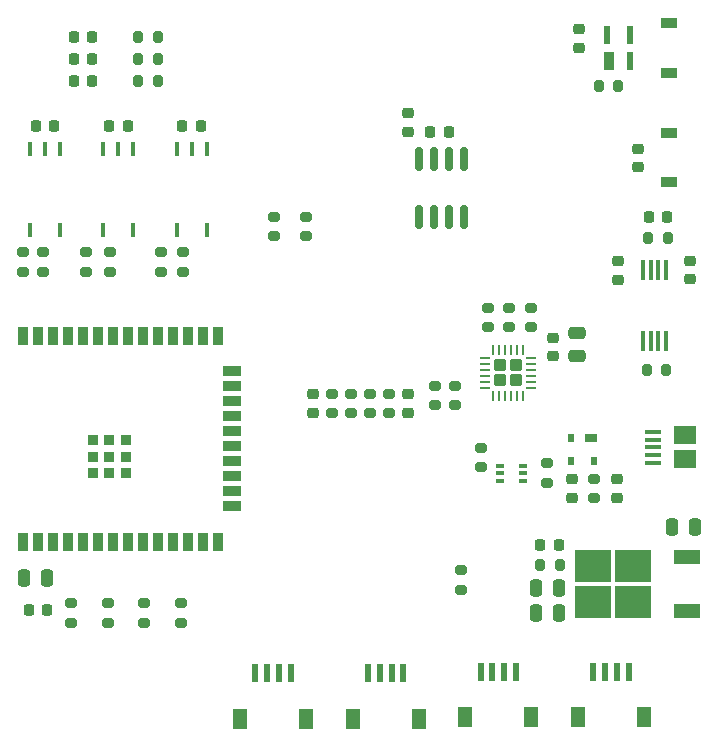
<source format=gtp>
G04 #@! TF.GenerationSoftware,KiCad,Pcbnew,(6.0.11-0)*
G04 #@! TF.CreationDate,2025-05-12T21:09:53-06:00*
G04 #@! TF.ProjectId,DigitalPCB,44696769-7461-46c5-9043-422e6b696361,rev?*
G04 #@! TF.SameCoordinates,Original*
G04 #@! TF.FileFunction,Paste,Top*
G04 #@! TF.FilePolarity,Positive*
%FSLAX46Y46*%
G04 Gerber Fmt 4.6, Leading zero omitted, Abs format (unit mm)*
G04 Created by KiCad (PCBNEW (6.0.11-0)) date 2025-05-12 21:09:53*
%MOMM*%
%LPD*%
G01*
G04 APERTURE LIST*
G04 Aperture macros list*
%AMRoundRect*
0 Rectangle with rounded corners*
0 $1 Rounding radius*
0 $2 $3 $4 $5 $6 $7 $8 $9 X,Y pos of 4 corners*
0 Add a 4 corners polygon primitive as box body*
4,1,4,$2,$3,$4,$5,$6,$7,$8,$9,$2,$3,0*
0 Add four circle primitives for the rounded corners*
1,1,$1+$1,$2,$3*
1,1,$1+$1,$4,$5*
1,1,$1+$1,$6,$7*
1,1,$1+$1,$8,$9*
0 Add four rect primitives between the rounded corners*
20,1,$1+$1,$2,$3,$4,$5,0*
20,1,$1+$1,$4,$5,$6,$7,0*
20,1,$1+$1,$6,$7,$8,$9,0*
20,1,$1+$1,$8,$9,$2,$3,0*%
G04 Aperture macros list end*
%ADD10RoundRect,0.200000X0.275000X-0.200000X0.275000X0.200000X-0.275000X0.200000X-0.275000X-0.200000X0*%
%ADD11RoundRect,0.225000X-0.250000X0.225000X-0.250000X-0.225000X0.250000X-0.225000X0.250000X0.225000X0*%
%ADD12RoundRect,0.200000X-0.275000X0.200000X-0.275000X-0.200000X0.275000X-0.200000X0.275000X0.200000X0*%
%ADD13RoundRect,0.225000X-0.225000X-0.250000X0.225000X-0.250000X0.225000X0.250000X-0.225000X0.250000X0*%
%ADD14R,1.400000X0.950000*%
%ADD15RoundRect,0.225000X0.250000X-0.225000X0.250000X0.225000X-0.250000X0.225000X-0.250000X-0.225000X0*%
%ADD16R,0.939800X1.625600*%
%ADD17R,0.508000X1.625600*%
%ADD18RoundRect,0.218750X0.218750X0.256250X-0.218750X0.256250X-0.218750X-0.256250X0.218750X-0.256250X0*%
%ADD19RoundRect,0.218750X-0.256250X0.218750X-0.256250X-0.218750X0.256250X-0.218750X0.256250X0.218750X0*%
%ADD20R,0.355600X1.778000*%
%ADD21R,0.609600X1.549400*%
%ADD22R,1.193800X1.803400*%
%ADD23R,1.350000X0.400000*%
%ADD24R,1.900000X1.500000*%
%ADD25RoundRect,0.250000X-0.475000X0.250000X-0.475000X-0.250000X0.475000X-0.250000X0.475000X0.250000X0*%
%ADD26RoundRect,0.218750X-0.218750X-0.256250X0.218750X-0.256250X0.218750X0.256250X-0.218750X0.256250X0*%
%ADD27RoundRect,0.200000X0.200000X0.275000X-0.200000X0.275000X-0.200000X-0.275000X0.200000X-0.275000X0*%
%ADD28RoundRect,0.250000X-0.250000X-0.475000X0.250000X-0.475000X0.250000X0.475000X-0.250000X0.475000X0*%
%ADD29R,3.050000X2.750000*%
%ADD30R,2.200000X1.200000*%
%ADD31RoundRect,0.250000X0.275000X0.275000X-0.275000X0.275000X-0.275000X-0.275000X0.275000X-0.275000X0*%
%ADD32RoundRect,0.062500X0.350000X0.062500X-0.350000X0.062500X-0.350000X-0.062500X0.350000X-0.062500X0*%
%ADD33RoundRect,0.062500X0.062500X0.350000X-0.062500X0.350000X-0.062500X-0.350000X0.062500X-0.350000X0*%
%ADD34RoundRect,0.150000X-0.150000X0.825000X-0.150000X-0.825000X0.150000X-0.825000X0.150000X0.825000X0*%
%ADD35RoundRect,0.250000X0.250000X0.475000X-0.250000X0.475000X-0.250000X-0.475000X0.250000X-0.475000X0*%
%ADD36R,0.406400X1.219200*%
%ADD37R,0.889000X1.498600*%
%ADD38R,1.498600X0.889000*%
%ADD39R,0.889000X0.889000*%
%ADD40R,0.650000X0.400000*%
%ADD41R,1.000000X0.700000*%
%ADD42R,0.600000X0.700000*%
G04 APERTURE END LIST*
D10*
X53200000Y-90625000D03*
X53200000Y-88975000D03*
D11*
X101800000Y-108223600D03*
X101800000Y-109773600D03*
D12*
X99890000Y-108173600D03*
X99890000Y-109823600D03*
D13*
X65025000Y-78300000D03*
X66575000Y-78300000D03*
D14*
X106200000Y-69625000D03*
X106200000Y-73775000D03*
D15*
X84100000Y-78775000D03*
X84100000Y-77225000D03*
D12*
X64900000Y-118700000D03*
X64900000Y-120350000D03*
D10*
X90910000Y-95348600D03*
X90910000Y-93698600D03*
D11*
X101900000Y-89750000D03*
X101900000Y-91300000D03*
D16*
X101173400Y-72766800D03*
D17*
X102877500Y-72766800D03*
X102877501Y-70633200D03*
X100957499Y-70633200D03*
D18*
X96887500Y-113800000D03*
X95312500Y-113800000D03*
D19*
X97990000Y-108211100D03*
X97990000Y-109786100D03*
D10*
X88600000Y-117550000D03*
X88600000Y-115900000D03*
D20*
X104025001Y-96471800D03*
X104674999Y-96471800D03*
X105325001Y-96471800D03*
X105974999Y-96471800D03*
X105974999Y-90528200D03*
X105325001Y-90528200D03*
X104674999Y-90528200D03*
X104025001Y-90528200D03*
D21*
X99799998Y-124498500D03*
X100799999Y-124498500D03*
X101799997Y-124498500D03*
X102799998Y-124498500D03*
D22*
X98499999Y-128373501D03*
X104099997Y-128373501D03*
D23*
X104837500Y-106800000D03*
X104837500Y-106150000D03*
X104837500Y-105500000D03*
X104837500Y-104850000D03*
X104837500Y-104200000D03*
D24*
X107537500Y-104500000D03*
X107537500Y-106500000D03*
D12*
X58716000Y-118700000D03*
X58716000Y-120350000D03*
D21*
X71205050Y-124598500D03*
X72205051Y-124598500D03*
X73205049Y-124598500D03*
X74205050Y-124598500D03*
D22*
X69905051Y-128473501D03*
X75505049Y-128473501D03*
D21*
X90268348Y-124498500D03*
X91268349Y-124498500D03*
X92268347Y-124498500D03*
X93268348Y-124498500D03*
D22*
X88968349Y-128373501D03*
X94568347Y-128373501D03*
D12*
X94510000Y-93698600D03*
X94510000Y-95348600D03*
D13*
X52625000Y-78300000D03*
X54175000Y-78300000D03*
D25*
X98410000Y-95848600D03*
X98410000Y-97748600D03*
D26*
X55812500Y-74500000D03*
X57387500Y-74500000D03*
D15*
X108000000Y-91275000D03*
X108000000Y-89725000D03*
D12*
X55600000Y-118700000D03*
X55600000Y-120350000D03*
D26*
X55812500Y-70800000D03*
X57387500Y-70800000D03*
D27*
X62925000Y-74500000D03*
X61275000Y-74500000D03*
D28*
X51650000Y-116600000D03*
X53550000Y-116600000D03*
D29*
X99805000Y-118590000D03*
X99805000Y-115540000D03*
X103155000Y-118590000D03*
X103155000Y-115540000D03*
D30*
X107780000Y-119345000D03*
X107780000Y-114785000D03*
D13*
X58825000Y-78300000D03*
X60375000Y-78300000D03*
X86025000Y-78800000D03*
X87575000Y-78800000D03*
D31*
X93250000Y-98550000D03*
X91950000Y-99850000D03*
X93250000Y-99850000D03*
X91950000Y-98550000D03*
D32*
X94537500Y-100450000D03*
X94537500Y-99950000D03*
X94537500Y-99450000D03*
X94537500Y-98950000D03*
X94537500Y-98450000D03*
X94537500Y-97950000D03*
D33*
X93850000Y-97262500D03*
X93350000Y-97262500D03*
X92850000Y-97262500D03*
X92350000Y-97262500D03*
X91850000Y-97262500D03*
X91350000Y-97262500D03*
D32*
X90662500Y-97950000D03*
X90662500Y-98450000D03*
X90662500Y-98950000D03*
X90662500Y-99450000D03*
X90662500Y-99950000D03*
X90662500Y-100450000D03*
D33*
X91350000Y-101137500D03*
X91850000Y-101137500D03*
X92350000Y-101137500D03*
X92850000Y-101137500D03*
X93350000Y-101137500D03*
X93850000Y-101137500D03*
D34*
X88845000Y-81095000D03*
X87575000Y-81095000D03*
X86305000Y-81095000D03*
X85035000Y-81095000D03*
X85035000Y-86045000D03*
X86305000Y-86045000D03*
X87575000Y-86045000D03*
X88845000Y-86045000D03*
D12*
X90300000Y-105550000D03*
X90300000Y-107200000D03*
X56900000Y-88975000D03*
X56900000Y-90625000D03*
D35*
X96870000Y-117400000D03*
X94970000Y-117400000D03*
D27*
X101925000Y-74900000D03*
X100275000Y-74900000D03*
X62925000Y-72650000D03*
X61275000Y-72650000D03*
X96965000Y-115495000D03*
X95315000Y-115495000D03*
D13*
X104525000Y-86000000D03*
X106075000Y-86000000D03*
D36*
X52130000Y-87141700D03*
X54670000Y-87141700D03*
X54670000Y-80258300D03*
X53400000Y-80258300D03*
X52130000Y-80258300D03*
D12*
X88100000Y-100275000D03*
X88100000Y-101925000D03*
X61812000Y-118700000D03*
X61812000Y-120350000D03*
D37*
X51491330Y-113550000D03*
X52761330Y-113550000D03*
X54031330Y-113550000D03*
X55301330Y-113550000D03*
X56571330Y-113550000D03*
X57841330Y-113550000D03*
X59111330Y-113550000D03*
X60381330Y-113550000D03*
X61651330Y-113550000D03*
X62921330Y-113550000D03*
X64191330Y-113550000D03*
X65461330Y-113550000D03*
X66731330Y-113550000D03*
X68001330Y-113550000D03*
D38*
X69251772Y-110515000D03*
X69251772Y-109245000D03*
X69251772Y-107975000D03*
X69251772Y-106705000D03*
X69251772Y-105435000D03*
X69251772Y-104165000D03*
X69251772Y-102895000D03*
X69251772Y-101625000D03*
X69251772Y-100355000D03*
X69251772Y-99085000D03*
D37*
X68001330Y-96050000D03*
X66731330Y-96050000D03*
X65461330Y-96050000D03*
X64191330Y-96050000D03*
X62921330Y-96050000D03*
X61651330Y-96050000D03*
X60381330Y-96050000D03*
X59111330Y-96050000D03*
X57841330Y-96050000D03*
X56571330Y-96050000D03*
X55301330Y-96050000D03*
X54031330Y-96050000D03*
X52761330Y-96050000D03*
X51491330Y-96050000D03*
D39*
X57431193Y-107704289D03*
X57431193Y-106304290D03*
X57431193Y-104904290D03*
X58831193Y-107704289D03*
X58831193Y-106304290D03*
X58831193Y-104904290D03*
X60231191Y-107704236D03*
X60231191Y-106304188D03*
X60231191Y-104904140D03*
D10*
X82500000Y-102625000D03*
X82500000Y-100975000D03*
D12*
X95900000Y-106875000D03*
X95900000Y-108525000D03*
D27*
X106000000Y-98975000D03*
X104350000Y-98975000D03*
D10*
X58875000Y-90625000D03*
X58875000Y-88975000D03*
D11*
X96410000Y-96243600D03*
X96410000Y-97793600D03*
D12*
X80900000Y-100975000D03*
X80900000Y-102625000D03*
D26*
X55812500Y-72650000D03*
X57387500Y-72650000D03*
D15*
X103600000Y-81775000D03*
X103600000Y-80225000D03*
D12*
X92710000Y-93698600D03*
X92710000Y-95348600D03*
D14*
X106200000Y-78925000D03*
X106200000Y-83075000D03*
D10*
X75500000Y-87625000D03*
X75500000Y-85975000D03*
X65100000Y-90625000D03*
X65100000Y-88975000D03*
D12*
X86400000Y-100275000D03*
X86400000Y-101925000D03*
D27*
X62925000Y-70800000D03*
X61275000Y-70800000D03*
X106125000Y-87800000D03*
X104475000Y-87800000D03*
D28*
X106480000Y-112240000D03*
X108380000Y-112240000D03*
D12*
X63200000Y-88975000D03*
X63200000Y-90625000D03*
D11*
X84100000Y-101025000D03*
X84100000Y-102575000D03*
D40*
X91950000Y-107050000D03*
X91950000Y-107700000D03*
X91950000Y-108350000D03*
X93850000Y-108350000D03*
X93850000Y-107700000D03*
X93850000Y-107050000D03*
D10*
X77700000Y-102625000D03*
X77700000Y-100975000D03*
D41*
X99650000Y-104700000D03*
D42*
X97950000Y-104700000D03*
X97950000Y-106700000D03*
X99850000Y-106700000D03*
D36*
X64530000Y-87141700D03*
X67070000Y-87141700D03*
X67070000Y-80258300D03*
X65800000Y-80258300D03*
X64530000Y-80258300D03*
D10*
X72800000Y-87625000D03*
X72800000Y-85975000D03*
D15*
X98600000Y-71675000D03*
X98600000Y-70125000D03*
D35*
X96870000Y-119555000D03*
X94970000Y-119555000D03*
D13*
X52025000Y-119300000D03*
X53575000Y-119300000D03*
D21*
X80736699Y-124598500D03*
X81736700Y-124598500D03*
X82736698Y-124598500D03*
X83736699Y-124598500D03*
D22*
X79436700Y-128473501D03*
X85036698Y-128473501D03*
D12*
X51500000Y-88975000D03*
X51500000Y-90625000D03*
X79300000Y-100975000D03*
X79300000Y-102625000D03*
D11*
X76100000Y-101025000D03*
X76100000Y-102575000D03*
D36*
X58330000Y-87141700D03*
X60870000Y-87141700D03*
X60870000Y-80258300D03*
X59600000Y-80258300D03*
X58330000Y-80258300D03*
M02*

</source>
